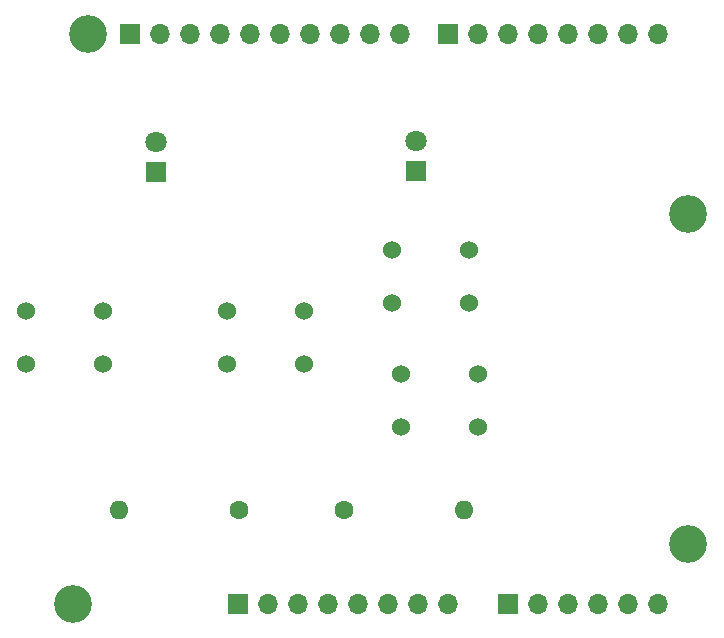
<source format=gbr>
%TF.GenerationSoftware,KiCad,Pcbnew,8.0.0*%
%TF.CreationDate,2024-03-19T17:26:08-04:00*%
%TF.ProjectId,1_arduino_project,315f6172-6475-4696-9e6f-5f70726f6a65,rev?*%
%TF.SameCoordinates,Original*%
%TF.FileFunction,Soldermask,Top*%
%TF.FilePolarity,Negative*%
%FSLAX46Y46*%
G04 Gerber Fmt 4.6, Leading zero omitted, Abs format (unit mm)*
G04 Created by KiCad (PCBNEW 8.0.0) date 2024-03-19 17:26:08*
%MOMM*%
%LPD*%
G01*
G04 APERTURE LIST*
%ADD10R,1.700000X1.700000*%
%ADD11O,1.700000X1.700000*%
%ADD12C,1.600000*%
%ADD13O,1.600000X1.600000*%
%ADD14C,1.524000*%
%ADD15R,1.800000X1.800000*%
%ADD16C,1.800000*%
%ADD17C,3.200000*%
G04 APERTURE END LIST*
D10*
%TO.C,J1*%
X127940000Y-97460000D03*
D11*
X130480000Y-97460000D03*
X133020000Y-97460000D03*
X135560000Y-97460000D03*
X138100000Y-97460000D03*
X140640000Y-97460000D03*
X143180000Y-97460000D03*
X145720000Y-97460000D03*
%TD*%
D10*
%TO.C,J3*%
X150800000Y-97460000D03*
D11*
X153340000Y-97460000D03*
X155880000Y-97460000D03*
X158420000Y-97460000D03*
X160960000Y-97460000D03*
X163500000Y-97460000D03*
%TD*%
D10*
%TO.C,J2*%
X118796000Y-49200000D03*
D11*
X121336000Y-49200000D03*
X123876000Y-49200000D03*
X126416000Y-49200000D03*
X128956000Y-49200000D03*
X131496000Y-49200000D03*
X134036000Y-49200000D03*
X136576000Y-49200000D03*
X139116000Y-49200000D03*
X141656000Y-49200000D03*
%TD*%
D10*
%TO.C,J4*%
X145720000Y-49200000D03*
D11*
X148260000Y-49200000D03*
X150800000Y-49200000D03*
X153340000Y-49200000D03*
X155880000Y-49200000D03*
X158420000Y-49200000D03*
X160960000Y-49200000D03*
X163500000Y-49200000D03*
%TD*%
D12*
%TO.C,R1*%
X136920000Y-89500000D03*
D13*
X147080000Y-89500000D03*
%TD*%
D12*
%TO.C,R2*%
X128000000Y-89500000D03*
D13*
X117840000Y-89500000D03*
%TD*%
D14*
%TO.C,SW3*%
X110000000Y-72650000D03*
X116500000Y-72650000D03*
X116500000Y-77150000D03*
X110000000Y-77150000D03*
%TD*%
D15*
%TO.C,D1*%
X143000000Y-60775000D03*
D16*
X143000000Y-58235000D03*
%TD*%
D17*
%TO.C,MH1*%
X115240000Y-49200000D03*
%TD*%
D14*
%TO.C,SW2*%
X141000000Y-67500000D03*
X147500000Y-67500000D03*
X147500000Y-72000000D03*
X141000000Y-72000000D03*
%TD*%
D15*
%TO.C,D2*%
X121000000Y-60925000D03*
D16*
X121000000Y-58385000D03*
%TD*%
D14*
%TO.C,SW4*%
X127000000Y-72650000D03*
X133500000Y-72650000D03*
X133500000Y-77150000D03*
X127000000Y-77150000D03*
%TD*%
%TO.C,SW1*%
X141725000Y-78000000D03*
X148225000Y-78000000D03*
X148225000Y-82500000D03*
X141725000Y-82500000D03*
%TD*%
D17*
%TO.C,MH2*%
X113970000Y-97460000D03*
%TD*%
%TO.C,MH3*%
X166040000Y-64440000D03*
%TD*%
%TO.C,MH4*%
X166040000Y-92380000D03*
%TD*%
M02*

</source>
